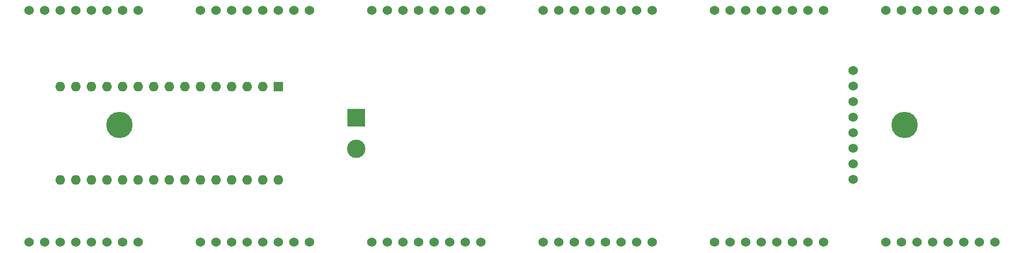
<source format=gbr>
G04 #@! TF.GenerationSoftware,KiCad,Pcbnew,7.0.2-6a45011f42~172~ubuntu22.04.1*
G04 #@! TF.CreationDate,2023-05-16T11:35:59-04:00*
G04 #@! TF.ProjectId,temperature_sensor,74656d70-6572-4617-9475-72655f73656e,rev?*
G04 #@! TF.SameCoordinates,Original*
G04 #@! TF.FileFunction,Soldermask,Top*
G04 #@! TF.FilePolarity,Negative*
%FSLAX46Y46*%
G04 Gerber Fmt 4.6, Leading zero omitted, Abs format (unit mm)*
G04 Created by KiCad (PCBNEW 7.0.2-6a45011f42~172~ubuntu22.04.1) date 2023-05-16 11:35:59*
%MOMM*%
%LPD*%
G01*
G04 APERTURE LIST*
%ADD10C,1.524000*%
%ADD11C,4.300000*%
%ADD12R,1.600000X1.600000*%
%ADD13O,1.600000X1.600000*%
%ADD14R,3.000000X3.000000*%
%ADD15C,3.000000*%
G04 APERTURE END LIST*
D10*
G04 #@! TO.C,M2*
X157480000Y-86614000D03*
X154940000Y-86614000D03*
X152400000Y-86614000D03*
X149860000Y-86614000D03*
X147320000Y-86614000D03*
X144780000Y-86614000D03*
X142240000Y-86614000D03*
X139700000Y-86614000D03*
G04 #@! TD*
G04 #@! TO.C,M13*
X111760000Y-124460000D03*
X114300000Y-124460000D03*
X116840000Y-124460000D03*
X119380000Y-124460000D03*
X121920000Y-124460000D03*
X124460000Y-124460000D03*
X127000000Y-124460000D03*
X129540000Y-124460000D03*
G04 #@! TD*
G04 #@! TO.C,M6*
X223520000Y-124460000D03*
X226060000Y-124460000D03*
X228600000Y-124460000D03*
X231140000Y-124460000D03*
X233680000Y-124460000D03*
X236220000Y-124460000D03*
X238760000Y-124460000D03*
X241300000Y-124460000D03*
G04 #@! TD*
G04 #@! TO.C,M8*
X139700000Y-124460000D03*
X142240000Y-124460000D03*
X144780000Y-124460000D03*
X147320000Y-124460000D03*
X149860000Y-124460000D03*
X152400000Y-124460000D03*
X154940000Y-124460000D03*
X157480000Y-124460000D03*
G04 #@! TD*
D11*
G04 #@! TO.C,REF\u002A\u002A*
X254500000Y-105283000D03*
G04 #@! TD*
D10*
G04 #@! TO.C,M7*
X167640000Y-124460000D03*
X170180000Y-124460000D03*
X172720000Y-124460000D03*
X175260000Y-124460000D03*
X177800000Y-124460000D03*
X180340000Y-124460000D03*
X182880000Y-124460000D03*
X185420000Y-124460000D03*
G04 #@! TD*
D12*
G04 #@! TO.C,A1*
X152400000Y-99060000D03*
D13*
X149860000Y-99060000D03*
X147320000Y-99060000D03*
X144780000Y-99060000D03*
X142240000Y-99060000D03*
X139700000Y-99060000D03*
X137160000Y-99060000D03*
X134620000Y-99060000D03*
X132080000Y-99060000D03*
X129540000Y-99060000D03*
X127000000Y-99060000D03*
X124460000Y-99060000D03*
X121920000Y-99060000D03*
X119380000Y-99060000D03*
X116840000Y-99060000D03*
X116840000Y-114300000D03*
X119380000Y-114300000D03*
X121920000Y-114300000D03*
X124460000Y-114300000D03*
X127000000Y-114300000D03*
X129540000Y-114300000D03*
X132080000Y-114300000D03*
X134620000Y-114300000D03*
X137160000Y-114300000D03*
X139700000Y-114300000D03*
X142240000Y-114300000D03*
X144780000Y-114300000D03*
X147320000Y-114300000D03*
X149860000Y-114300000D03*
X152400000Y-114300000D03*
G04 #@! TD*
D10*
G04 #@! TO.C,M5*
X241300000Y-86614000D03*
X238760000Y-86614000D03*
X236220000Y-86614000D03*
X233680000Y-86614000D03*
X231140000Y-86614000D03*
X228600000Y-86614000D03*
X226060000Y-86614000D03*
X223520000Y-86614000D03*
G04 #@! TD*
G04 #@! TO.C,M12*
X195580000Y-124460000D03*
X198120000Y-124460000D03*
X200660000Y-124460000D03*
X203200000Y-124460000D03*
X205740000Y-124460000D03*
X208280000Y-124460000D03*
X210820000Y-124460000D03*
X213360000Y-124460000D03*
G04 #@! TD*
D11*
G04 #@! TO.C,REF\u002A\u002A*
X126500000Y-105283000D03*
G04 #@! TD*
D10*
G04 #@! TO.C,M11*
X251460000Y-124460000D03*
X254000000Y-124460000D03*
X256540000Y-124460000D03*
X259080000Y-124460000D03*
X261620000Y-124460000D03*
X264160000Y-124460000D03*
X266700000Y-124460000D03*
X269240000Y-124460000D03*
G04 #@! TD*
G04 #@! TO.C,M1*
X129540000Y-86614000D03*
X127000000Y-86614000D03*
X124460000Y-86614000D03*
X121920000Y-86614000D03*
X119380000Y-86614000D03*
X116840000Y-86614000D03*
X114300000Y-86614000D03*
X111760000Y-86614000D03*
G04 #@! TD*
G04 #@! TO.C,M3*
X185420000Y-86614000D03*
X182880000Y-86614000D03*
X180340000Y-86614000D03*
X177800000Y-86614000D03*
X175260000Y-86614000D03*
X172720000Y-86614000D03*
X170180000Y-86614000D03*
X167640000Y-86614000D03*
G04 #@! TD*
G04 #@! TO.C,M4*
X213360000Y-86614000D03*
X210820000Y-86614000D03*
X208280000Y-86614000D03*
X205740000Y-86614000D03*
X203200000Y-86614000D03*
X200660000Y-86614000D03*
X198120000Y-86614000D03*
X195580000Y-86614000D03*
G04 #@! TD*
G04 #@! TO.C,M10*
X269240000Y-86614000D03*
X266700000Y-86614000D03*
X264160000Y-86614000D03*
X261620000Y-86614000D03*
X259080000Y-86614000D03*
X256540000Y-86614000D03*
X254000000Y-86614000D03*
X251460000Y-86614000D03*
G04 #@! TD*
G04 #@! TO.C,M9*
X246126000Y-114147600D03*
X246126000Y-111607600D03*
X246126000Y-109067600D03*
X246126000Y-106527600D03*
X246126000Y-103987600D03*
X246126000Y-101447600D03*
X246126000Y-98907600D03*
X246126000Y-96367600D03*
G04 #@! TD*
D14*
G04 #@! TO.C,J1*
X165100000Y-104140000D03*
D15*
X165100000Y-109220000D03*
G04 #@! TD*
M02*

</source>
